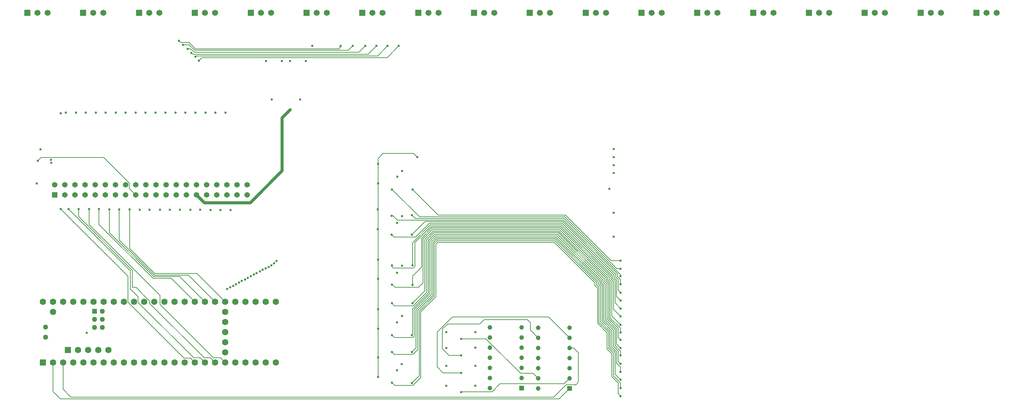
<source format=gbr>
%TF.GenerationSoftware,KiCad,Pcbnew,8.0.3-1.fc40*%
%TF.CreationDate,2024-06-20T20:23:50-04:00*%
%TF.ProjectId,sampler_split_sensor,73616d70-6c65-4725-9f73-706c69745f73,rev?*%
%TF.SameCoordinates,Original*%
%TF.FileFunction,Copper,L3,Inr*%
%TF.FilePolarity,Positive*%
%FSLAX46Y46*%
G04 Gerber Fmt 4.6, Leading zero omitted, Abs format (unit mm)*
G04 Created by KiCad (PCBNEW 8.0.3-1.fc40) date 2024-06-20 20:23:50*
%MOMM*%
%LPD*%
G01*
G04 APERTURE LIST*
%TA.AperFunction,ComponentPad*%
%ADD10R,1.500000X1.500000*%
%TD*%
%TA.AperFunction,ComponentPad*%
%ADD11C,1.500000*%
%TD*%
%TA.AperFunction,ComponentPad*%
%ADD12C,1.170000*%
%TD*%
%TA.AperFunction,ComponentPad*%
%ADD13R,1.170000X1.170000*%
%TD*%
%TA.AperFunction,ComponentPad*%
%ADD14R,1.370000X1.370000*%
%TD*%
%TA.AperFunction,ComponentPad*%
%ADD15C,1.370000*%
%TD*%
%TA.AperFunction,ComponentPad*%
%ADD16R,1.600000X1.600000*%
%TD*%
%TA.AperFunction,ComponentPad*%
%ADD17C,1.600000*%
%TD*%
%TA.AperFunction,ComponentPad*%
%ADD18R,1.300000X1.300000*%
%TD*%
%TA.AperFunction,ComponentPad*%
%ADD19C,1.300000*%
%TD*%
%TA.AperFunction,ViaPad*%
%ADD20C,0.600000*%
%TD*%
%TA.AperFunction,Conductor*%
%ADD21C,0.200000*%
%TD*%
%TA.AperFunction,Conductor*%
%ADD22C,0.800000*%
%TD*%
G04 APERTURE END LIST*
D10*
%TO.N,Net-(BOARDSEL_CMP1-VCC)*%
%TO.C,U4*%
X43960000Y-35860000D03*
D11*
%TO.N,GND*%
X46500000Y-35860000D03*
%TO.N,Net-(J4-Pin_30)*%
X49040000Y-35860000D03*
%TD*%
D10*
%TO.N,Net-(BOARDSEL_CMP1-VCC)*%
%TO.C,U14*%
X183960000Y-35860000D03*
D11*
%TO.N,GND*%
X186500000Y-35860000D03*
%TO.N,Net-(J4-Pin_20)*%
X189040000Y-35860000D03*
%TD*%
D10*
%TO.N,Net-(BOARDSEL_CMP1-VCC)*%
%TO.C,U2*%
X15960000Y-35860000D03*
D11*
%TO.N,GND*%
X18500000Y-35860000D03*
%TO.N,Net-(J4-Pin_32)*%
X21040000Y-35860000D03*
%TD*%
D10*
%TO.N,Net-(BOARDSEL_CMP1-VCC)*%
%TO.C,U5*%
X57960000Y-35860000D03*
D11*
%TO.N,GND*%
X60500000Y-35860000D03*
%TO.N,Net-(J4-Pin_29)*%
X63040000Y-35860000D03*
%TD*%
D10*
%TO.N,Net-(BOARDSEL_CMP1-VCC)*%
%TO.C,U3*%
X29960000Y-35860000D03*
D11*
%TO.N,GND*%
X32500000Y-35860000D03*
%TO.N,Net-(J4-Pin_31)*%
X35040000Y-35860000D03*
%TD*%
D10*
%TO.N,Net-(BOARDSEL_CMP1-VCC)*%
%TO.C,U12*%
X155960000Y-35860000D03*
D11*
%TO.N,GND*%
X158500000Y-35860000D03*
%TO.N,Net-(J4-Pin_22)*%
X161040000Y-35860000D03*
%TD*%
D10*
%TO.N,Net-(BOARDSEL_CMP1-VCC)*%
%TO.C,U18*%
X239960000Y-35860000D03*
D11*
%TO.N,GND*%
X242500000Y-35860000D03*
%TO.N,Net-(J4-Pin_16)*%
X245040000Y-35860000D03*
%TD*%
D10*
%TO.N,Net-(BOARDSEL_CMP1-VCC)*%
%TO.C,U17*%
X225960000Y-35860000D03*
D11*
%TO.N,GND*%
X228500000Y-35860000D03*
%TO.N,Net-(J4-Pin_17)*%
X231040000Y-35860000D03*
%TD*%
D10*
%TO.N,Net-(BOARDSEL_CMP1-VCC)*%
%TO.C,U6*%
X71960000Y-35860000D03*
D11*
%TO.N,GND*%
X74500000Y-35860000D03*
%TO.N,Net-(J4-Pin_28)*%
X77040000Y-35860000D03*
%TD*%
D10*
%TO.N,Net-(BOARDSEL_CMP1-VCC)*%
%TO.C,U8*%
X99960000Y-35860000D03*
D11*
%TO.N,GND*%
X102500000Y-35860000D03*
%TO.N,Net-(J4-Pin_26)*%
X105040000Y-35860000D03*
%TD*%
D10*
%TO.N,Net-(BOARDSEL_CMP1-VCC)*%
%TO.C,U11*%
X141960000Y-35860000D03*
D11*
%TO.N,GND*%
X144500000Y-35860000D03*
%TO.N,Net-(J4-Pin_23)*%
X147040000Y-35860000D03*
%TD*%
D10*
%TO.N,Net-(BOARDSEL_CMP1-VCC)*%
%TO.C,U7*%
X85960000Y-35860000D03*
D11*
%TO.N,GND*%
X88500000Y-35860000D03*
%TO.N,Net-(J4-Pin_27)*%
X91040000Y-35860000D03*
%TD*%
D10*
%TO.N,Net-(BOARDSEL_CMP1-VCC)*%
%TO.C,U10*%
X127960000Y-35860000D03*
D11*
%TO.N,GND*%
X130500000Y-35860000D03*
%TO.N,Net-(J4-Pin_24)*%
X133040000Y-35860000D03*
%TD*%
D10*
%TO.N,Net-(BOARDSEL_CMP1-VCC)*%
%TO.C,U19*%
X253960000Y-35860000D03*
D11*
%TO.N,GND*%
X256500000Y-35860000D03*
%TO.N,Net-(J4-Pin_15)*%
X259040000Y-35860000D03*
%TD*%
D10*
%TO.N,Net-(BOARDSEL_CMP1-VCC)*%
%TO.C,U9*%
X113960000Y-35860000D03*
D11*
%TO.N,GND*%
X116500000Y-35860000D03*
%TO.N,Net-(J4-Pin_25)*%
X119040000Y-35860000D03*
%TD*%
D10*
%TO.N,Net-(BOARDSEL_CMP1-VCC)*%
%TO.C,U15*%
X197960000Y-35860000D03*
D11*
%TO.N,GND*%
X200500000Y-35860000D03*
%TO.N,Net-(J4-Pin_19)*%
X203040000Y-35860000D03*
%TD*%
D10*
%TO.N,Net-(BOARDSEL_CMP1-VCC)*%
%TO.C,U13*%
X169960000Y-35860000D03*
D11*
%TO.N,GND*%
X172500000Y-35860000D03*
%TO.N,Net-(J4-Pin_21)*%
X175040000Y-35860000D03*
%TD*%
D10*
%TO.N,Net-(BOARDSEL_CMP1-VCC)*%
%TO.C,U16*%
X211960000Y-35860000D03*
D11*
%TO.N,GND*%
X214500000Y-35860000D03*
%TO.N,Net-(J4-Pin_18)*%
X217040000Y-35860000D03*
%TD*%
D12*
%TO.N,Net-(BOARDSEL_CMP1-VCC)*%
%TO.C,BOARDSEL_ENABLE1*%
X131955686Y-130120000D03*
%TO.N,unconnected-(BOARDSEL_ENABLE1-2D-Pad13)*%
X131955686Y-127580000D03*
%TO.N,unconnected-(BOARDSEL_ENABLE1-2C-Pad12)*%
X131955686Y-125040000D03*
%TO.N,N/C*%
X131955686Y-122500000D03*
%TO.N,unconnected-(BOARDSEL_ENABLE1-2B-Pad10)*%
X131955686Y-119960000D03*
%TO.N,unconnected-(BOARDSEL_ENABLE1-2A-Pad9)*%
X131955686Y-117420000D03*
%TO.N,unconnected-(BOARDSEL_ENABLE1-2Y-Pad8)*%
X131955686Y-114880000D03*
%TO.N,GND*%
X139895686Y-114880000D03*
%TO.N,Net-(BOARDSEL_ENABLE1-1Y)*%
X139895686Y-117420000D03*
%TO.N,Net-(BOARDSEL_CMP1-4Y)*%
X139895686Y-119960000D03*
%TO.N,Net-(BOARDSEL_CMP1-3Y)*%
X139895686Y-122500000D03*
%TO.N,N/C*%
X139895686Y-125040000D03*
%TO.N,Net-(BOARDSEL_CMP1-2Y)*%
X139895686Y-127580000D03*
D13*
%TO.N,Net-(BOARDSEL_CMP1-1Y)*%
X139895686Y-130120000D03*
%TD*%
D14*
%TO.N,Net-(BOARDSEL_CMP1-1A)*%
%TO.C,J1*%
X22775686Y-81540000D03*
D15*
%TO.N,Net-(JP8-A)*%
X22775686Y-79000000D03*
%TO.N,Net-(BOARDSEL_CMP1-2A)*%
X25315686Y-81540000D03*
%TO.N,Net-(JP9-A)*%
X25315686Y-79000000D03*
%TO.N,Net-(BOARDSEL_CMP1-3A)*%
X27855686Y-81540000D03*
%TO.N,Net-(JP10-A)*%
X27855686Y-79000000D03*
%TO.N,Net-(BOARDSEL_CMP1-4A)*%
X30395686Y-81540000D03*
%TO.N,Net-(JP11-A)*%
X30395686Y-79000000D03*
%TO.N,unconnected-(J1-Pad09)*%
X32935686Y-81540000D03*
%TO.N,Net-(JP12-A)*%
X32935686Y-79000000D03*
%TO.N,unconnected-(J1-Pad11)*%
X35475686Y-81540000D03*
%TO.N,Net-(JP13-A)*%
X35475686Y-79000000D03*
%TO.N,unconnected-(J1-Pad13)*%
X38015686Y-81540000D03*
%TO.N,Net-(JP14-A)*%
X38015686Y-79000000D03*
%TO.N,unconnected-(J1-Pad15)*%
X40555686Y-81540000D03*
%TO.N,Net-(JP15-A)*%
X40555686Y-79000000D03*
%TO.N,Net-(J2-Pin_9)*%
X43095686Y-81540000D03*
%TO.N,Net-(JP16-A)*%
X43095686Y-79000000D03*
%TO.N,unconnected-(J1-Pad19)*%
X45635686Y-81540000D03*
%TO.N,Net-(JP17-A)*%
X45635686Y-79000000D03*
%TO.N,unconnected-(J1-Pad21)*%
X48175686Y-81540000D03*
%TO.N,Net-(JP18-A)*%
X48175686Y-79000000D03*
%TO.N,unconnected-(J1-Pad23)*%
X50715686Y-81540000D03*
%TO.N,Net-(JP19-A)*%
X50715686Y-79000000D03*
%TO.N,unconnected-(J1-Pad25)*%
X53255686Y-81540000D03*
%TO.N,Net-(JP20-A)*%
X53255686Y-79000000D03*
%TO.N,unconnected-(J1-Pad27)*%
X55795686Y-81540000D03*
%TO.N,Net-(JP21-A)*%
X55795686Y-79000000D03*
%TO.N,Net-(BOARDSEL_CMP1-VCC)*%
X58335686Y-81540000D03*
%TO.N,Net-(JP22-A)*%
X58335686Y-79000000D03*
%TO.N,unconnected-(J1-Pad31)*%
X60875686Y-81540000D03*
%TO.N,Net-(JP45-A)*%
X60875686Y-79000000D03*
%TO.N,unconnected-(J1-Pad33)*%
X63415686Y-81540000D03*
%TO.N,Net-(JP46-A)*%
X63415686Y-79000000D03*
%TO.N,unconnected-(J1-Pad35)*%
X65955686Y-81540000D03*
%TO.N,Net-(JP47-A)*%
X65955686Y-79000000D03*
%TO.N,unconnected-(J1-Pad37)*%
X68495686Y-81540000D03*
%TO.N,unconnected-(J1-Pad38)*%
X68495686Y-79000000D03*
%TO.N,unconnected-(J1-Pad39)*%
X71035686Y-81540000D03*
%TO.N,GND*%
X71035686Y-79000000D03*
%TD*%
D16*
%TO.N,unconnected-(U1-GND-Pad1)*%
%TO.C,U1*%
X19805686Y-123620000D03*
D17*
%TO.N,Net-(BOARDSEL_CMP1-1A)*%
X22345686Y-123620000D03*
%TO.N,Net-(BOARDSEL_CMP1-2A)*%
X24885686Y-123620000D03*
%TO.N,Net-(BOARDSEL_CMP1-3A)*%
X27425686Y-123620000D03*
%TO.N,Net-(BOARDSEL_CMP1-4A)*%
X29965686Y-123620000D03*
%TO.N,unconnected-(U1-4_BCLK2-Pad6)*%
X32505686Y-123620000D03*
%TO.N,unconnected-(U1-5_IN2-Pad7)*%
X35045686Y-123620000D03*
%TO.N,unconnected-(U1-6_OUT1D-Pad8)*%
X37585686Y-123620000D03*
%TO.N,unconnected-(U1-7_RX2_OUT1A-Pad9)*%
X40125686Y-123620000D03*
%TO.N,unconnected-(U1-8_TX2_IN1-Pad10)*%
X42665686Y-123620000D03*
%TO.N,unconnected-(U1-9_OUT1C-Pad11)*%
X45205686Y-123620000D03*
%TO.N,unconnected-(U1-10_CS_MQSR-Pad12)*%
X47745686Y-123620000D03*
%TO.N,unconnected-(U1-11_MOSI_CTX1-Pad13)*%
X50285686Y-123620000D03*
%TO.N,unconnected-(U1-12_MISO_MQSL-Pad14)*%
X52825686Y-123620000D03*
%TO.N,unconnected-(U1-3V3-Pad15)*%
X55365686Y-123620000D03*
%TO.N,Net-(JP8-A)*%
X57905686Y-123620000D03*
%TO.N,Net-(JP9-A)*%
X60445686Y-123620000D03*
%TO.N,Net-(JP10-A)*%
X62985686Y-123620000D03*
%TO.N,Net-(JP11-A)*%
X65525686Y-123620000D03*
%TO.N,unconnected-(U1-28_RX7-Pad20)*%
X68065686Y-123620000D03*
%TO.N,unconnected-(U1-29_TX7-Pad21)*%
X70605686Y-123620000D03*
%TO.N,unconnected-(U1-30_CRX3-Pad22)*%
X73145686Y-123620000D03*
%TO.N,unconnected-(U1-31_CTX3-Pad23)*%
X75685686Y-123620000D03*
%TO.N,unconnected-(U1-32_OUT1B-Pad24)*%
X78225686Y-123620000D03*
%TO.N,unconnected-(U1-33_MCLK2-Pad25)*%
X78225686Y-108380000D03*
%TO.N,unconnected-(U1-34_RX8-Pad26)*%
X75685686Y-108380000D03*
%TO.N,unconnected-(U1-35_TX8-Pad27)*%
X73145686Y-108380000D03*
%TO.N,unconnected-(U1-36_CS-Pad28)*%
X70605686Y-108380000D03*
%TO.N,unconnected-(U1-37_CS-Pad29)*%
X68065686Y-108380000D03*
%TO.N,Net-(JP15-A)*%
X65525686Y-108380000D03*
%TO.N,Net-(JP14-A)*%
X62985686Y-108380000D03*
%TO.N,Net-(JP13-A)*%
X60445686Y-108380000D03*
%TO.N,Net-(JP12-A)*%
X57905686Y-108380000D03*
%TO.N,unconnected-(U1-GND-Pad34)*%
X55365686Y-108380000D03*
%TO.N,unconnected-(U1-13_SCK_LED-Pad35)*%
X52825686Y-108380000D03*
%TO.N,Net-(JP47-A)*%
X50285686Y-108380000D03*
%TO.N,Net-(JP46-A)*%
X47745686Y-108380000D03*
%TO.N,Net-(JP45-A)*%
X45205686Y-108380000D03*
%TO.N,Net-(JP22-A)*%
X42665686Y-108380000D03*
%TO.N,Net-(JP21-A)*%
X40125686Y-108380000D03*
%TO.N,Net-(JP20-A)*%
X37585686Y-108380000D03*
%TO.N,Net-(JP19-A)*%
X35045686Y-108380000D03*
%TO.N,Net-(JP18-A)*%
X32505686Y-108380000D03*
%TO.N,Net-(JP17-A)*%
X29965686Y-108380000D03*
%TO.N,Net-(JP16-A)*%
X27425686Y-108380000D03*
%TO.N,Net-(BOARDSEL_CMP1-VCC)*%
X24885686Y-108380000D03*
%TO.N,GND*%
X22345686Y-108380000D03*
%TO.N,Net-(JP23-B)*%
X19805686Y-108380000D03*
%TO.N,unconnected-(U1-VUSB-Pad49)*%
X22345686Y-110920000D03*
%TO.N,unconnected-(U1-VBAT-Pad50)*%
X65525686Y-121080000D03*
%TO.N,unconnected-(U1-3V3-Pad51)*%
X65525686Y-118540000D03*
%TO.N,unconnected-(U1-GND-Pad52)*%
X65525686Y-116000000D03*
%TO.N,unconnected-(U1-PROGRAM-Pad53)*%
X65525686Y-113460000D03*
%TO.N,unconnected-(U1-ON_OFF-Pad54)*%
X65525686Y-110920000D03*
D16*
%TO.N,unconnected-(U1-5V-Pad55)*%
X26104886Y-120569200D03*
D17*
%TO.N,unconnected-(U1-D--Pad56)*%
X28644886Y-120569200D03*
%TO.N,unconnected-(U1-D+-Pad57)*%
X31184886Y-120569200D03*
%TO.N,unconnected-(U1-GND-Pad58)*%
X33724886Y-120569200D03*
%TO.N,unconnected-(U1-GND-Pad59)*%
X36264886Y-120569200D03*
D18*
%TO.N,unconnected-(U1-R+-Pad60)*%
X32775686Y-110818400D03*
D19*
%TO.N,unconnected-(U1-LED-Pad61)*%
X32775686Y-112818400D03*
%TO.N,unconnected-(U1-T--Pad62)*%
X32775686Y-114818400D03*
%TO.N,unconnected-(U1-T+-Pad63)*%
X34775686Y-114818400D03*
%TO.N,unconnected-(U1-GND-Pad64)*%
X34775686Y-112818400D03*
%TO.N,unconnected-(U1-R--Pad65)*%
X34775686Y-110818400D03*
%TO.N,unconnected-(U1-D--Pad66)*%
X20535686Y-114730000D03*
%TO.N,unconnected-(U1-D+-Pad67)*%
X20535686Y-117270000D03*
%TD*%
D13*
%TO.N,Net-(BOARDSEL_CMP1-1A)*%
%TO.C,BOARDSEL_CMP1*%
X151955686Y-130160000D03*
D12*
%TO.N,Net-(BOARDSEL_CMP1-1B)*%
X151955686Y-127620000D03*
%TO.N,Net-(BOARDSEL_CMP1-1Y)*%
X151955686Y-125080000D03*
%TO.N,Net-(BOARDSEL_CMP1-2Y)*%
X151955686Y-122540000D03*
%TO.N,Net-(BOARDSEL_CMP1-2A)*%
X151955686Y-120000000D03*
%TO.N,Net-(BOARDSEL_CMP1-2B)*%
X151955686Y-117460000D03*
%TO.N,GND*%
X151955686Y-114920000D03*
%TO.N,Net-(BOARDSEL_CMP1-3A)*%
X144015686Y-114920000D03*
%TO.N,Net-(BOARDSEL_CMP1-3B)*%
X144015686Y-117460000D03*
%TO.N,Net-(BOARDSEL_CMP1-3Y)*%
X144015686Y-120000000D03*
%TO.N,Net-(BOARDSEL_CMP1-4Y)*%
X144015686Y-122540000D03*
%TO.N,Net-(BOARDSEL_CMP1-4A)*%
X144015686Y-125080000D03*
%TO.N,Net-(BOARDSEL_CMP1-4B)*%
X144015686Y-127620000D03*
%TO.N,Net-(BOARDSEL_CMP1-VCC)*%
X144015686Y-130160000D03*
%TD*%
D20*
%TO.N,GND*%
X87400000Y-44200000D03*
%TO.N,Net-(J4-Pin_20)*%
X54000000Y-42900000D03*
%TO.N,Net-(J4-Pin_19)*%
X55000000Y-43900000D03*
%TO.N,Net-(J4-Pin_18)*%
X56200000Y-44900000D03*
%TO.N,Net-(J4-Pin_17)*%
X57100000Y-45900000D03*
%TO.N,Net-(J4-Pin_16)*%
X58100000Y-46900000D03*
%TO.N,Net-(J4-Pin_15)*%
X58978499Y-47878499D03*
X109100000Y-44200000D03*
%TO.N,Net-(J4-Pin_16)*%
X106300000Y-44200000D03*
%TO.N,Net-(J4-Pin_17)*%
X103500000Y-44200000D03*
%TO.N,Net-(J4-Pin_18)*%
X100700000Y-44200000D03*
%TO.N,Net-(J4-Pin_19)*%
X97600000Y-44200000D03*
%TO.N,Net-(J4-Pin_20)*%
X94500000Y-44200000D03*
%TO.N,GND*%
X85800000Y-48000000D03*
%TO.N,Net-(BOARDSEL_CMP1-VCC)*%
X81800000Y-48000000D03*
X79800000Y-48000000D03*
%TO.N,GND*%
X75800000Y-48000000D03*
%TO.N,Net-(BOARDSEL_CMP1-VCC)*%
X81800000Y-60200000D03*
X79800000Y-62200000D03*
%TO.N,GND*%
X84343001Y-57600000D03*
X77257001Y-57600000D03*
%TO.N,Net-(BOARDSEL_CMP1-3B)*%
X124715686Y-121900000D03*
%TO.N,Net-(BOARDSEL_CMP1-4A)*%
X163015686Y-70100000D03*
%TO.N,Net-(BOARDSEL_CMP1-2A)*%
X163015686Y-74100000D03*
%TO.N,Net-(BOARDSEL_CMP1-4B)*%
X124715686Y-117700000D03*
%TO.N,Net-(BOARDSEL_CMP1-1A)*%
X163015686Y-76100000D03*
%TO.N,Net-(BOARDSEL_CMP1-1B)*%
X124715686Y-131100000D03*
%TO.N,Net-(BOARDSEL_CMP1-2B)*%
X124715686Y-126300000D03*
%TO.N,GND*%
X19295538Y-70128382D03*
X108635686Y-101150000D03*
X108635686Y-88650000D03*
X108635686Y-125650000D03*
X161915686Y-80100000D03*
X108735686Y-77050000D03*
X121015686Y-124500000D03*
X108635686Y-113550000D03*
X121015686Y-116000000D03*
X121015686Y-129500000D03*
X121015686Y-120000000D03*
X21908921Y-72741765D03*
%TO.N,Net-(BOARDSEL_CMP1-VCC)*%
X21936596Y-73541288D03*
X109835686Y-124050000D03*
X163015686Y-92100000D03*
X128315686Y-116000000D03*
X109935686Y-75550000D03*
X128315686Y-119900000D03*
X128315686Y-129500000D03*
X109935686Y-86950000D03*
X128315686Y-124500000D03*
X109935686Y-111950000D03*
X18335686Y-78715000D03*
X109935686Y-99350000D03*
%TO.N,Net-(BOARDSEL_CMP1-3A)*%
X163015686Y-72100000D03*
%TO.N,Net-(BOARDSEL_ENABLE1-1Y)*%
X103915686Y-73800000D03*
X103915686Y-122400000D03*
X113715686Y-72100000D03*
X103815686Y-90200000D03*
X103915686Y-115200000D03*
X103915686Y-97800000D03*
X103915686Y-110300000D03*
X103815686Y-85200000D03*
X103915686Y-102700000D03*
X103915686Y-127300000D03*
X103915686Y-78700000D03*
%TO.N,Net-(DG45_4-S_1)*%
X77815686Y-98800000D03*
X164715686Y-100100000D03*
X107415686Y-80200000D03*
%TO.N,Net-(JP46-A)*%
X64415686Y-85400000D03*
%TO.N,Net-(DG45_4-D_4)*%
X78415686Y-98200000D03*
%TO.N,Net-(JP47-A)*%
X66915686Y-85400000D03*
%TO.N,Net-(DG45_4-D_4)*%
X164715686Y-98100000D03*
X112515686Y-80200000D03*
%TO.N,Net-(DG452_0-D_3)*%
X68315686Y-104000000D03*
%TO.N,Net-(JP11-A)*%
X31415686Y-85100000D03*
%TO.N,Net-(DG452_0-D_3)*%
X112415686Y-121000000D03*
X164715686Y-126000000D03*
%TO.N,Net-(DG452_0-D_4)*%
X66820008Y-104800000D03*
X112415686Y-128800000D03*
%TO.N,Net-(JP9-A)*%
X26315686Y-85100000D03*
%TO.N,Net-(DG452_0-D_4)*%
X164715686Y-130100000D03*
%TO.N,Net-(JP8-A)*%
X24315686Y-85100000D03*
%TO.N,Net-(DG452_0-S_1)*%
X164715686Y-132100000D03*
X107415686Y-128700000D03*
X66115686Y-105200000D03*
%TO.N,Net-(JP10-A)*%
X28815686Y-85100000D03*
%TO.N,Net-(DG452_0-S_2)*%
X107415686Y-121000000D03*
X164715686Y-128000000D03*
X67615683Y-104400000D03*
%TO.N,Net-(DG452_1-D_4)*%
X69746539Y-103200000D03*
X112415686Y-116800000D03*
%TO.N,Net-(JP13-A)*%
X36515686Y-85200000D03*
%TO.N,Net-(DG452_1-D_4)*%
X164715686Y-121900000D03*
%TO.N,Net-(DG452_1-S_1)*%
X107415686Y-116800000D03*
X164715686Y-124000000D03*
%TO.N,Net-(JP12-A)*%
X33915686Y-85100000D03*
%TO.N,Net-(DG452_1-S_1)*%
X69046536Y-103600000D03*
%TO.N,Net-(DG452_1-S_2)*%
X164715686Y-120000000D03*
%TO.N,Net-(JP14-A)*%
X39015686Y-85200000D03*
%TO.N,Net-(DG452_1-S_2)*%
X70545925Y-102847000D03*
X107415686Y-108800000D03*
%TO.N,Net-(DG452_1-D_3)*%
X71209396Y-102400000D03*
X112515686Y-108800000D03*
%TO.N,Net-(JP15-A)*%
X41615686Y-85200000D03*
%TO.N,Net-(DG452_1-D_3)*%
X164715686Y-118000000D03*
%TO.N,Net-(DG452_2-D_3)*%
X112515686Y-99300000D03*
X74264542Y-100800000D03*
%TO.N,Net-(JP19-A)*%
X51715686Y-85300000D03*
%TO.N,Net-(DG452_2-D_3)*%
X164715686Y-110100000D03*
%TO.N,Net-(DG452_2-S_2)*%
X164715686Y-112100000D03*
X107415686Y-99300000D03*
X73464539Y-101200000D03*
%TO.N,Net-(JP18-A)*%
X49215686Y-85300000D03*
%TO.N,Net-(JP17-A)*%
X46615686Y-85300000D03*
%TO.N,Net-(DG452_2-D_4)*%
X72726244Y-101600000D03*
X164715686Y-114200000D03*
X112515686Y-104200000D03*
%TO.N,Net-(JP16-A)*%
X44115686Y-85300000D03*
%TO.N,Net-(DG452_2-S_1)*%
X164715686Y-116100000D03*
X71981355Y-102000000D03*
X107415686Y-104100000D03*
%TO.N,Net-(DG452_3-S_2)*%
X76485185Y-99703263D03*
%TO.N,Net-(JP22-A)*%
X59315686Y-85300000D03*
%TO.N,Net-(DG452_3-S_2)*%
X107315686Y-86800000D03*
X164715686Y-104000000D03*
%TO.N,Net-(DG452_3-D_3)*%
X112415686Y-86700000D03*
X77152964Y-99262722D03*
X164715686Y-102000000D03*
%TO.N,Net-(JP45-A)*%
X61915686Y-85400000D03*
%TO.N,Net-(DG452_3-D_4)*%
X112415686Y-91600000D03*
X164715686Y-106100000D03*
X75700337Y-100000000D03*
%TO.N,Net-(JP21-A)*%
X56815686Y-85300000D03*
%TO.N,Net-(DG452_3-S_1)*%
X107315686Y-91600000D03*
X164715686Y-108100000D03*
%TO.N,Net-(JP20-A)*%
X54215686Y-85300000D03*
%TO.N,Net-(DG452_3-S_1)*%
X74967996Y-100400000D03*
%TO.N,Net-(J4-Pin_17)*%
X60615686Y-60900000D03*
%TO.N,Net-(J4-Pin_18)*%
X58115686Y-60900000D03*
%TO.N,Net-(J4-Pin_19)*%
X55615686Y-60900000D03*
%TO.N,Net-(J4-Pin_20)*%
X53115686Y-60900000D03*
%TO.N,Net-(J4-Pin_21)*%
X50615686Y-60900000D03*
%TO.N,Net-(J4-Pin_22)*%
X48115686Y-60900000D03*
%TO.N,Net-(J4-Pin_23)*%
X45615686Y-60900000D03*
%TO.N,Net-(J4-Pin_24)*%
X43115686Y-60900000D03*
%TO.N,Net-(J4-Pin_25)*%
X40615686Y-60900000D03*
%TO.N,Net-(J4-Pin_26)*%
X38115686Y-60900000D03*
%TO.N,Net-(J4-Pin_27)*%
X35615686Y-60900000D03*
%TO.N,Net-(J4-Pin_28)*%
X33115686Y-60900000D03*
%TO.N,Net-(J4-Pin_29)*%
X30615686Y-60900000D03*
%TO.N,Net-(JP23-B)*%
X30835686Y-116215000D03*
%TO.N,Net-(J4-Pin_30)*%
X28115686Y-60900000D03*
%TO.N,Net-(J4-Pin_31)*%
X25615686Y-60900000D03*
%TO.N,Net-(J4-Pin_32)*%
X24300000Y-61100000D03*
%TO.N,Net-(J2-Pin_9)*%
X163015686Y-86100000D03*
X18535686Y-73015000D03*
%TO.N,Net-(J4-Pin_16)*%
X63115686Y-60900000D03*
%TO.N,Net-(J4-Pin_15)*%
X65615686Y-60900000D03*
%TD*%
D21*
%TO.N,Net-(J4-Pin_20)*%
X94500000Y-44200000D02*
X94500000Y-44400000D01*
X94500000Y-44400000D02*
X94000000Y-44900000D01*
X94000000Y-44900000D02*
X58100000Y-44900000D01*
X58100000Y-44900000D02*
X56500000Y-43300000D01*
X56500000Y-43300000D02*
X54400000Y-43300000D01*
X54400000Y-43300000D02*
X54000000Y-42900000D01*
%TO.N,Net-(J4-Pin_15)*%
X109100000Y-44200000D02*
X106200000Y-47100000D01*
X106200000Y-47100000D02*
X59756998Y-47100000D01*
X59756998Y-47100000D02*
X58978499Y-47878499D01*
%TO.N,Net-(J4-Pin_16)*%
X106300000Y-44200000D02*
X103800000Y-46700000D01*
X103800000Y-46700000D02*
X58300000Y-46700000D01*
X58300000Y-46700000D02*
X58100000Y-46900000D01*
%TO.N,Net-(J4-Pin_19)*%
X97600000Y-44200000D02*
X96500000Y-45300000D01*
X96500000Y-45300000D02*
X57914215Y-45300000D01*
X57914215Y-45300000D02*
X56514215Y-43900000D01*
X56514215Y-43900000D02*
X55000000Y-43900000D01*
%TO.N,Net-(J4-Pin_18)*%
X100700000Y-44200000D02*
X99100000Y-45800000D01*
X99100000Y-45800000D02*
X57848529Y-45800000D01*
X56948529Y-44900000D02*
X56200000Y-44900000D01*
X57848529Y-45800000D02*
X56948529Y-44900000D01*
%TO.N,Net-(J4-Pin_17)*%
X103500000Y-44200000D02*
X101400000Y-46300000D01*
X101400000Y-46300000D02*
X57500000Y-46300000D01*
X57500000Y-46300000D02*
X57100000Y-45900000D01*
D22*
%TO.N,Net-(BOARDSEL_CMP1-VCC)*%
X79800000Y-62200000D02*
X79800000Y-75500000D01*
X71800000Y-83500000D02*
X60295686Y-83500000D01*
X60295686Y-83500000D02*
X58335686Y-81540000D01*
X79800000Y-75500000D02*
X71800000Y-83500000D01*
X81800000Y-60200000D02*
X79800000Y-62200000D01*
D21*
%TO.N,Net-(BOARDSEL_CMP1-3B)*%
X129420686Y-113995000D02*
X130515686Y-112900000D01*
X121320686Y-113995000D02*
X129420686Y-113995000D01*
X142115686Y-115560000D02*
X144015686Y-117460000D01*
X130515686Y-112900000D02*
X141315686Y-112900000D01*
X120015686Y-115300000D02*
X121320686Y-113995000D01*
X142115686Y-113700000D02*
X142115686Y-115560000D01*
X141315686Y-112900000D02*
X142115686Y-113700000D01*
X121715686Y-121900000D02*
X120015686Y-120200000D01*
X124715686Y-121900000D02*
X121715686Y-121900000D01*
X120015686Y-120200000D02*
X120015686Y-115300000D01*
%TO.N,Net-(BOARDSEL_CMP1-2A)*%
X152915686Y-120000000D02*
X151955686Y-120000000D01*
X153390686Y-129275000D02*
X153415686Y-129300000D01*
X24885686Y-130370000D02*
X26915686Y-132400000D01*
X26915686Y-132400000D02*
X147945686Y-132400000D01*
X151070686Y-129275000D02*
X153390686Y-129275000D01*
X154115686Y-121200000D02*
X152915686Y-120000000D01*
X154115686Y-128600000D02*
X154115686Y-121200000D01*
X153415686Y-129300000D02*
X154115686Y-128600000D01*
X147945686Y-132400000D02*
X151070686Y-129275000D01*
X24885686Y-123620000D02*
X24885686Y-130370000D01*
%TO.N,Net-(BOARDSEL_CMP1-4B)*%
X124715686Y-117700000D02*
X130947266Y-117700000D01*
X130947266Y-117700000D02*
X139647266Y-126400000D01*
X142795686Y-126400000D02*
X144015686Y-127620000D01*
X139647266Y-126400000D02*
X142795686Y-126400000D01*
%TO.N,Net-(BOARDSEL_CMP1-1A)*%
X22345686Y-123620000D02*
X22345686Y-130930000D01*
X22345686Y-130930000D02*
X24215686Y-132800000D01*
X24215686Y-132800000D02*
X149315686Y-132800000D01*
X149315686Y-132800000D02*
X151955686Y-130160000D01*
%TO.N,Net-(BOARDSEL_CMP1-1B)*%
X150575686Y-129000000D02*
X134515686Y-129000000D01*
X132510686Y-131005000D02*
X124810686Y-131005000D01*
X134515686Y-129000000D02*
X132510686Y-131005000D01*
X151955686Y-127620000D02*
X150575686Y-129000000D01*
X124810686Y-131005000D02*
X124715686Y-131100000D01*
%TO.N,Net-(BOARDSEL_CMP1-2B)*%
X124715686Y-126300000D02*
X120215686Y-126300000D01*
X120215686Y-126300000D02*
X118715686Y-124800000D01*
X118715686Y-124800000D02*
X118715686Y-116034314D01*
X118715686Y-116034314D02*
X122550000Y-112200000D01*
X122550000Y-112200000D02*
X146695686Y-112200000D01*
X146695686Y-112200000D02*
X151955686Y-117460000D01*
%TO.N,Net-(BOARDSEL_ENABLE1-1Y)*%
X103915686Y-72400000D02*
X105115686Y-71200000D01*
X112815686Y-71200000D02*
X113715686Y-72100000D01*
X105115686Y-71200000D02*
X112815686Y-71200000D01*
X103915686Y-73800000D02*
X103915686Y-72400000D01*
X103915686Y-127300000D02*
X103915686Y-73800000D01*
%TO.N,Net-(DG45_4-S_1)*%
X107415686Y-80200000D02*
X114315686Y-87100000D01*
X150750000Y-87100000D02*
X163750000Y-100100000D01*
X114315686Y-87100000D02*
X150750000Y-87100000D01*
X163750000Y-100100000D02*
X164715686Y-100100000D01*
%TO.N,Net-(DG45_4-D_4)*%
X119015686Y-86700000D02*
X150915686Y-86700000D01*
X150915686Y-86700000D02*
X162315686Y-98100000D01*
X162315686Y-98100000D02*
X164715686Y-98100000D01*
X112515686Y-80200000D02*
X119015686Y-86700000D01*
%TO.N,Net-(DG452_0-D_3)*%
X159515686Y-103219604D02*
X159515686Y-103871075D01*
%TO.N,Net-(JP11-A)*%
X49185686Y-106838628D02*
X49185686Y-109070000D01*
X62615686Y-122500000D02*
X64405686Y-122500000D01*
%TO.N,Net-(DG452_0-D_3)*%
X162515686Y-115676959D02*
X162515686Y-119779901D01*
X117215686Y-106645587D02*
X117215686Y-93462744D01*
X159515686Y-103871075D02*
X160115686Y-104471075D01*
X160115686Y-113276959D02*
X162515686Y-115676959D01*
X113415686Y-110445587D02*
X117215686Y-106645587D01*
X164715686Y-124848529D02*
X164715686Y-126000000D01*
%TO.N,Net-(JP11-A)*%
X64405686Y-122500000D02*
X65525686Y-123620000D01*
%TO.N,Net-(DG452_0-D_3)*%
X113415686Y-120000000D02*
X113415686Y-110445587D01*
%TO.N,Net-(JP11-A)*%
X49185686Y-109070000D02*
X62615686Y-122500000D01*
%TO.N,Net-(DG452_0-D_3)*%
X118378430Y-92300000D02*
X148596082Y-92300000D01*
X163715686Y-123848529D02*
X164715686Y-124848529D01*
X112415686Y-121000000D02*
X113415686Y-120000000D01*
%TO.N,Net-(JP11-A)*%
X31415686Y-89068628D02*
X49185686Y-106838628D01*
%TO.N,Net-(DG452_0-D_3)*%
X148596082Y-92300000D02*
X159515686Y-103219604D01*
X117215686Y-93462744D02*
X118378430Y-92300000D01*
X160115686Y-104471075D02*
X160115686Y-113276959D01*
X163715686Y-120979901D02*
X163715686Y-123848529D01*
%TO.N,Net-(JP11-A)*%
X31415686Y-85100000D02*
X31415686Y-89068628D01*
%TO.N,Net-(DG452_0-D_3)*%
X162515686Y-119779901D02*
X163715686Y-120979901D01*
%TO.N,Net-(DG452_0-D_4)*%
X162915686Y-121311273D02*
X162915686Y-127048529D01*
%TO.N,Net-(JP9-A)*%
X26315686Y-85100000D02*
X41815686Y-100600000D01*
X59325686Y-122500000D02*
X60445686Y-123620000D01*
X43765686Y-107150000D02*
X43765686Y-108550000D01*
%TO.N,Net-(DG452_0-D_4)*%
X159315686Y-113608331D02*
X161715686Y-116008331D01*
X159315686Y-104802447D02*
X159315686Y-113608331D01*
X158715686Y-103550976D02*
X158715686Y-104202447D01*
%TO.N,Net-(JP9-A)*%
X57715686Y-122500000D02*
X59325686Y-122500000D01*
%TO.N,Net-(DG452_0-D_4)*%
X158715686Y-104202447D02*
X159315686Y-104802447D01*
X162915686Y-127048529D02*
X164715686Y-128848529D01*
X161715686Y-116008331D02*
X161715686Y-120111273D01*
X114215686Y-110776959D02*
X118015686Y-106976959D01*
X118709802Y-93100000D02*
X148264710Y-93100000D01*
X118015686Y-106976959D02*
X118015686Y-93794116D01*
%TO.N,Net-(JP9-A)*%
X43765686Y-108550000D02*
X57715686Y-122500000D01*
%TO.N,Net-(DG452_0-D_4)*%
X114215686Y-127000000D02*
X114215686Y-110776959D01*
%TO.N,Net-(JP9-A)*%
X41815686Y-100600000D02*
X41815686Y-105200000D01*
%TO.N,Net-(DG452_0-D_4)*%
X118015686Y-93794116D02*
X118709802Y-93100000D01*
X148264710Y-93100000D02*
X158715686Y-103550976D01*
X161715686Y-120111273D02*
X162915686Y-121311273D01*
X112415686Y-128800000D02*
X114215686Y-127000000D01*
%TO.N,Net-(JP9-A)*%
X41815686Y-105200000D02*
X43765686Y-107150000D01*
%TO.N,Net-(DG452_0-D_4)*%
X164715686Y-128848529D02*
X164715686Y-130100000D01*
%TO.N,Net-(DG452_0-S_1)*%
X162515686Y-127214214D02*
X164101472Y-128800000D01*
X158315686Y-104368133D02*
X158915686Y-104968133D01*
%TO.N,Net-(JP8-A)*%
X55235686Y-122520000D02*
X56805686Y-122520000D01*
X41225686Y-102010000D02*
X41225686Y-108510000D01*
%TO.N,Net-(DG452_0-S_1)*%
X158315686Y-103716662D02*
X158315686Y-104368133D01*
%TO.N,Net-(JP8-A)*%
X41225686Y-108510000D02*
X55235686Y-122520000D01*
%TO.N,Net-(DG452_0-S_1)*%
X112664215Y-129400000D02*
X114615686Y-127448529D01*
X164101472Y-131485786D02*
X164715686Y-132100000D01*
%TO.N,Net-(JP8-A)*%
X24315686Y-85100000D02*
X41225686Y-102010000D01*
%TO.N,Net-(DG452_0-S_1)*%
X164101472Y-128800000D02*
X164101472Y-131485786D01*
X108115686Y-129400000D02*
X112664215Y-129400000D01*
X114615686Y-110942645D02*
X118415686Y-107142645D01*
%TO.N,Net-(JP8-A)*%
X56805686Y-122520000D02*
X57905686Y-123620000D01*
%TO.N,Net-(DG452_0-S_1)*%
X158915686Y-104968133D02*
X158915686Y-113774017D01*
X148099024Y-93500000D02*
X158315686Y-103716662D01*
X114615686Y-127448529D02*
X114615686Y-110942645D01*
X107415686Y-128700000D02*
X108115686Y-129400000D01*
X118875488Y-93500000D02*
X148099024Y-93500000D01*
X118415686Y-93959802D02*
X118875488Y-93500000D01*
X158915686Y-113774017D02*
X161315686Y-116174017D01*
X161315686Y-120276959D02*
X162515686Y-121476959D01*
X118415686Y-107142645D02*
X118415686Y-93959802D01*
X161315686Y-116174017D02*
X161315686Y-120276959D01*
X162515686Y-121476959D02*
X162515686Y-127214214D01*
%TO.N,Net-(JP10-A)*%
X28815686Y-87034314D02*
X42315686Y-100534314D01*
%TO.N,Net-(DG452_0-S_2)*%
X112664215Y-121600000D02*
X113815686Y-120448529D01*
X163315686Y-126600000D02*
X164715686Y-128000000D01*
%TO.N,Net-(JP10-A)*%
X60310051Y-122500000D02*
X61865686Y-122500000D01*
X28815686Y-85100000D02*
X28815686Y-87034314D01*
%TO.N,Net-(DG452_0-S_2)*%
X163315686Y-121145587D02*
X163315686Y-126600000D01*
%TO.N,Net-(JP10-A)*%
X61865686Y-122500000D02*
X62985686Y-123620000D01*
%TO.N,Net-(DG452_0-S_2)*%
X159115686Y-103385290D02*
X159115686Y-104036761D01*
X159715686Y-113442645D02*
X162115686Y-115842645D01*
X159715686Y-104636761D02*
X159715686Y-113442645D01*
X117615686Y-106811273D02*
X117615686Y-93628430D01*
X162115686Y-115842645D02*
X162115686Y-119945587D01*
%TO.N,Net-(JP10-A)*%
X46615686Y-108805635D02*
X60310051Y-122500000D01*
%TO.N,Net-(DG452_0-S_2)*%
X162115686Y-119945587D02*
X163315686Y-121145587D01*
%TO.N,Net-(JP10-A)*%
X43181321Y-104800000D02*
X46615686Y-108234365D01*
%TO.N,Net-(DG452_0-S_2)*%
X107415686Y-121000000D02*
X108015686Y-121600000D01*
X108015686Y-121600000D02*
X112664215Y-121600000D01*
X113815686Y-110611273D02*
X117615686Y-106811273D01*
%TO.N,Net-(JP10-A)*%
X42315686Y-100534314D02*
X42315686Y-104800000D01*
X46615686Y-108234365D02*
X46615686Y-108805635D01*
%TO.N,Net-(DG452_0-S_2)*%
X118544116Y-92700000D02*
X148430396Y-92700000D01*
X113815686Y-120448529D02*
X113815686Y-110611273D01*
X159115686Y-104036761D02*
X159715686Y-104636761D01*
%TO.N,Net-(JP10-A)*%
X42315686Y-104800000D02*
X43181321Y-104800000D01*
%TO.N,Net-(DG452_0-S_2)*%
X117615686Y-93628430D02*
X118544116Y-92700000D01*
X148430396Y-92700000D02*
X159115686Y-103385290D01*
%TO.N,Net-(DG452_1-D_4)*%
X164715686Y-120848529D02*
X164715686Y-121900000D01*
X163315686Y-119448529D02*
X164715686Y-120848529D01*
X112515686Y-116700000D02*
X112515686Y-110214215D01*
X112515686Y-110214215D02*
X116415686Y-106314215D01*
X160915686Y-112945587D02*
X163315686Y-115345587D01*
%TO.N,Net-(JP13-A)*%
X47581372Y-102100000D02*
X54165686Y-102100000D01*
%TO.N,Net-(DG452_1-D_4)*%
X118047058Y-91500000D02*
X148927454Y-91500000D01*
X116415686Y-106314215D02*
X116415686Y-93131372D01*
%TO.N,Net-(JP13-A)*%
X36515686Y-85200000D02*
X36515686Y-91034314D01*
%TO.N,Net-(DG452_1-D_4)*%
X112415686Y-116800000D02*
X112515686Y-116700000D01*
X160315686Y-103539703D02*
X160915686Y-104139703D01*
X160915686Y-104139703D02*
X160915686Y-112945587D01*
X148927454Y-91500000D02*
X160315686Y-102888232D01*
X116415686Y-93131372D02*
X118047058Y-91500000D01*
%TO.N,Net-(JP13-A)*%
X36515686Y-91034314D02*
X47581372Y-102100000D01*
%TO.N,Net-(DG452_1-D_4)*%
X163315686Y-115345587D02*
X163315686Y-119448529D01*
X160315686Y-102888232D02*
X160315686Y-103539703D01*
%TO.N,Net-(JP13-A)*%
X54165686Y-102100000D02*
X60445686Y-108380000D01*
%TO.N,Net-(DG452_1-S_1)*%
X162915686Y-119614215D02*
X164115686Y-120814215D01*
X164115686Y-123400000D02*
X164715686Y-124000000D01*
%TO.N,Net-(JP12-A)*%
X47415686Y-102500000D02*
X52025686Y-102500000D01*
%TO.N,Net-(DG452_1-S_1)*%
X160515686Y-104305389D02*
X160515686Y-113111273D01*
X116815686Y-106479901D02*
X116815686Y-93297058D01*
X113015686Y-117048529D02*
X113015686Y-110279901D01*
X160515686Y-113111273D02*
X162915686Y-115511273D01*
X113015686Y-110279901D02*
X116815686Y-106479901D01*
%TO.N,Net-(JP12-A)*%
X52025686Y-102500000D02*
X57905686Y-108380000D01*
%TO.N,Net-(DG452_1-S_1)*%
X159915686Y-103053918D02*
X159915686Y-103705389D01*
X108015686Y-117400000D02*
X112664215Y-117400000D01*
X107415686Y-116800000D02*
X108015686Y-117400000D01*
X148761768Y-91900000D02*
X159915686Y-103053918D01*
X112664215Y-117400000D02*
X113015686Y-117048529D01*
%TO.N,Net-(JP12-A)*%
X33915686Y-85100000D02*
X33915686Y-89000000D01*
%TO.N,Net-(DG452_1-S_1)*%
X118212744Y-91900000D02*
X148761768Y-91900000D01*
X116815686Y-93297058D02*
X118212744Y-91900000D01*
X162915686Y-115511273D02*
X162915686Y-119614215D01*
%TO.N,Net-(JP12-A)*%
X33915686Y-89000000D02*
X47415686Y-102500000D01*
%TO.N,Net-(DG452_1-S_1)*%
X164115686Y-120814215D02*
X164115686Y-123400000D01*
X159915686Y-103705389D02*
X160515686Y-104305389D01*
%TO.N,Net-(DG452_1-S_2)*%
X163715686Y-119000000D02*
X164715686Y-120000000D01*
X117881372Y-91100000D02*
X149093140Y-91100000D01*
X149093140Y-91100000D02*
X160715686Y-102722546D01*
X160715686Y-103374017D02*
X161315686Y-103974017D01*
X116015686Y-106148529D02*
X116015686Y-92965686D01*
%TO.N,Net-(JP14-A)*%
X39015686Y-85200000D02*
X39015686Y-92968628D01*
%TO.N,Net-(DG452_1-S_2)*%
X112764215Y-109400000D02*
X116015686Y-106148529D01*
X161315686Y-112779901D02*
X163715686Y-115179901D01*
X107415686Y-108800000D02*
X108015686Y-109400000D01*
X163715686Y-115179901D02*
X163715686Y-119000000D01*
%TO.N,Net-(JP14-A)*%
X56305686Y-101700000D02*
X62985686Y-108380000D01*
%TO.N,Net-(DG452_1-S_2)*%
X161315686Y-103974017D02*
X161315686Y-112779901D01*
X108015686Y-109400000D02*
X112764215Y-109400000D01*
%TO.N,Net-(JP14-A)*%
X47747058Y-101700000D02*
X56305686Y-101700000D01*
%TO.N,Net-(DG452_1-S_2)*%
X160715686Y-102722546D02*
X160715686Y-103374017D01*
X116015686Y-92965686D02*
X117881372Y-91100000D01*
%TO.N,Net-(JP14-A)*%
X39015686Y-92968628D02*
X47747058Y-101700000D01*
%TO.N,Net-(DG452_1-D_3)*%
X161115686Y-103208331D02*
X161715686Y-103808331D01*
%TO.N,Net-(JP15-A)*%
X58445686Y-101300000D02*
X65525686Y-108380000D01*
%TO.N,Net-(DG452_1-D_3)*%
X164115686Y-115014215D02*
X164115686Y-117400000D01*
X161715686Y-103808331D02*
X161715686Y-112614215D01*
X115615686Y-105700000D02*
X115615686Y-92800000D01*
X164115686Y-117400000D02*
X164715686Y-118000000D01*
X117715686Y-90700000D02*
X149258826Y-90700000D01*
X115615686Y-92800000D02*
X117715686Y-90700000D01*
X149258826Y-90700000D02*
X161115686Y-102556860D01*
%TO.N,Net-(JP15-A)*%
X41615686Y-95002942D02*
X47912744Y-101300000D01*
%TO.N,Net-(DG452_1-D_3)*%
X112515686Y-108800000D02*
X115615686Y-105700000D01*
%TO.N,Net-(JP15-A)*%
X47912744Y-101300000D02*
X58445686Y-101300000D01*
%TO.N,Net-(DG452_1-D_3)*%
X161715686Y-112614215D02*
X164115686Y-115014215D01*
X161115686Y-102556860D02*
X161115686Y-103208331D01*
%TO.N,Net-(JP15-A)*%
X41615686Y-85200000D02*
X41615686Y-95002942D01*
%TO.N,Net-(DG452_2-D_3)*%
X149921570Y-89100000D02*
X162715686Y-101894116D01*
X163315686Y-108700000D02*
X164715686Y-110100000D01*
X116981372Y-89100000D02*
X149921570Y-89100000D01*
X112515686Y-93565686D02*
X116981372Y-89100000D01*
X112515686Y-99300000D02*
X112515686Y-93565686D01*
X163315686Y-103145587D02*
X163315686Y-108700000D01*
X162715686Y-102545587D02*
X163315686Y-103145587D01*
X162715686Y-101894116D02*
X162715686Y-102545587D01*
%TO.N,Net-(DG452_2-S_2)*%
X162315686Y-102059802D02*
X162315686Y-102711273D01*
X107415686Y-99300000D02*
X107415686Y-99600000D01*
X162915686Y-110300000D02*
X164715686Y-112100000D01*
X107415686Y-99600000D02*
X107765686Y-99950000D01*
X117147058Y-89500000D02*
X149755884Y-89500000D01*
X162915686Y-103311273D02*
X162915686Y-110300000D01*
X113115686Y-93531372D02*
X117147058Y-89500000D01*
X113115686Y-99600000D02*
X113115686Y-93531372D01*
X107765686Y-99950000D02*
X112765686Y-99950000D01*
X162315686Y-102711273D02*
X162915686Y-103311273D01*
X112765686Y-99950000D02*
X113115686Y-99600000D01*
X149755884Y-89500000D02*
X162315686Y-102059802D01*
%TO.N,Net-(DG452_2-D_4)*%
X114815686Y-92397058D02*
X117312744Y-89900000D01*
X117312744Y-89900000D02*
X149590198Y-89900000D01*
X114815686Y-99700000D02*
X114815686Y-92397058D01*
X161915686Y-102225488D02*
X161915686Y-102876959D01*
X112515686Y-104200000D02*
X112515686Y-102000000D01*
X149590198Y-89900000D02*
X161915686Y-102225488D01*
X162515686Y-112000000D02*
X164715686Y-114200000D01*
X161915686Y-102876959D02*
X162515686Y-103476959D01*
X162515686Y-103476959D02*
X162515686Y-112000000D01*
X112515686Y-102000000D02*
X114815686Y-99700000D01*
%TO.N,Net-(DG452_2-S_1)*%
X108115686Y-104800000D02*
X114115686Y-104800000D01*
X117478430Y-90300000D02*
X149424512Y-90300000D01*
X107415686Y-104100000D02*
X108115686Y-104800000D01*
X114115686Y-104800000D02*
X115215686Y-103700000D01*
X162115686Y-112448529D02*
X164715686Y-115048529D01*
X149424512Y-90300000D02*
X161515686Y-102391174D01*
X164715686Y-115048529D02*
X164715686Y-116100000D01*
X115215686Y-103700000D02*
X115215686Y-92562744D01*
X161515686Y-102391174D02*
X161515686Y-103042645D01*
X161515686Y-103042645D02*
X162115686Y-103642645D01*
X162115686Y-103642645D02*
X162115686Y-112448529D01*
X115215686Y-92562744D02*
X117478430Y-90300000D01*
%TO.N,Net-(DG452_3-S_2)*%
X163915686Y-102048529D02*
X164715686Y-102848529D01*
X107634215Y-86800000D02*
X108734215Y-87900000D01*
X164715686Y-102848529D02*
X164715686Y-104000000D01*
X163915686Y-101397058D02*
X163915686Y-102048529D01*
X107315686Y-86800000D02*
X107634215Y-86800000D01*
X108734215Y-87900000D02*
X150418628Y-87900000D01*
X150418628Y-87900000D02*
X163915686Y-101397058D01*
X164715686Y-104000000D02*
X164615686Y-104000000D01*
%TO.N,Net-(DG452_3-D_3)*%
X164715686Y-102000000D02*
X164615686Y-102000000D01*
X150584314Y-87500000D02*
X164715686Y-101631372D01*
X113215686Y-87500000D02*
X150584314Y-87500000D01*
X112415686Y-86700000D02*
X113215686Y-87500000D01*
X164715686Y-101631372D02*
X164715686Y-102000000D01*
%TO.N,Net-(DG452_3-D_4)*%
X163515686Y-101562744D02*
X163515686Y-102214215D01*
X112415686Y-91600000D02*
X115715686Y-88300000D01*
X150252942Y-88300000D02*
X163515686Y-101562744D01*
X164115686Y-105500000D02*
X164715686Y-106100000D01*
X163515686Y-102214215D02*
X164115686Y-102814215D01*
X164115686Y-102814215D02*
X164115686Y-105500000D01*
X164815686Y-106100000D02*
X164815686Y-106100000D01*
X115715686Y-88300000D02*
X150252942Y-88300000D01*
X164715686Y-106100000D02*
X164815686Y-106100000D01*
%TO.N,Net-(DG452_3-S_1)*%
X163715686Y-107100000D02*
X164615686Y-108000000D01*
X163115686Y-102379901D02*
X163715686Y-102979901D01*
X116815686Y-88700000D02*
X150087256Y-88700000D01*
X107915686Y-92200000D02*
X113315686Y-92200000D01*
X163715686Y-102979901D02*
X163715686Y-107100000D01*
X150087256Y-88700000D02*
X163115686Y-101728430D01*
X113315686Y-92200000D02*
X116815686Y-88700000D01*
X163115686Y-101728430D02*
X163115686Y-102379901D01*
X107315686Y-91600000D02*
X107915686Y-92200000D01*
%TO.N,Net-(J2-Pin_9)*%
X41540686Y-79985000D02*
X43095686Y-81540000D01*
X35090452Y-72141765D02*
X41540686Y-78591999D01*
X41540686Y-78591999D02*
X41540686Y-79985000D01*
X18535686Y-73015000D02*
X19408921Y-72141765D01*
X19408921Y-72141765D02*
X35090452Y-72141765D01*
%TD*%
M02*

</source>
